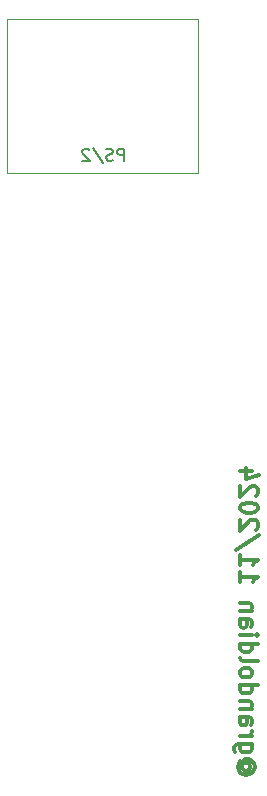
<source format=gbr>
%TF.GenerationSoftware,KiCad,Pcbnew,8.0.5*%
%TF.CreationDate,2024-11-15T12:40:48+00:00*%
%TF.ProjectId,TIMPS2KeyMini,54494d50-5332-44b6-9579-4d696e692e6b,rev?*%
%TF.SameCoordinates,Original*%
%TF.FileFunction,Legend,Bot*%
%TF.FilePolarity,Positive*%
%FSLAX46Y46*%
G04 Gerber Fmt 4.6, Leading zero omitted, Abs format (unit mm)*
G04 Created by KiCad (PCBNEW 8.0.5) date 2024-11-15 12:40:48*
%MOMM*%
%LPD*%
G01*
G04 APERTURE LIST*
%ADD10C,0.300000*%
%ADD11C,0.150000*%
%ADD12C,0.120000*%
G04 APERTURE END LIST*
D10*
X138013457Y-102276917D02*
X138084885Y-102348346D01*
X138084885Y-102348346D02*
X138156314Y-102491203D01*
X138156314Y-102491203D02*
X138156314Y-102634060D01*
X138156314Y-102634060D02*
X138084885Y-102776917D01*
X138084885Y-102776917D02*
X138013457Y-102848346D01*
X138013457Y-102848346D02*
X137870600Y-102919774D01*
X137870600Y-102919774D02*
X137727742Y-102919774D01*
X137727742Y-102919774D02*
X137584885Y-102848346D01*
X137584885Y-102848346D02*
X137513457Y-102776917D01*
X137513457Y-102776917D02*
X137442028Y-102634060D01*
X137442028Y-102634060D02*
X137442028Y-102491203D01*
X137442028Y-102491203D02*
X137513457Y-102348346D01*
X137513457Y-102348346D02*
X137584885Y-102276917D01*
X138156314Y-102276917D02*
X137584885Y-102276917D01*
X137584885Y-102276917D02*
X137513457Y-102205489D01*
X137513457Y-102205489D02*
X137513457Y-102134060D01*
X137513457Y-102134060D02*
X137584885Y-101991203D01*
X137584885Y-101991203D02*
X137727742Y-101919774D01*
X137727742Y-101919774D02*
X138084885Y-101919774D01*
X138084885Y-101919774D02*
X138299171Y-102062632D01*
X138299171Y-102062632D02*
X138442028Y-102276917D01*
X138442028Y-102276917D02*
X138513457Y-102562632D01*
X138513457Y-102562632D02*
X138442028Y-102848346D01*
X138442028Y-102848346D02*
X138299171Y-103062632D01*
X138299171Y-103062632D02*
X138084885Y-103205489D01*
X138084885Y-103205489D02*
X137799171Y-103276917D01*
X137799171Y-103276917D02*
X137513457Y-103205489D01*
X137513457Y-103205489D02*
X137299171Y-103062632D01*
X137299171Y-103062632D02*
X137156314Y-102848346D01*
X137156314Y-102848346D02*
X137084885Y-102562632D01*
X137084885Y-102562632D02*
X137156314Y-102276917D01*
X137156314Y-102276917D02*
X137299171Y-102062632D01*
X138299171Y-100634061D02*
X137084885Y-100634061D01*
X137084885Y-100634061D02*
X136942028Y-100705489D01*
X136942028Y-100705489D02*
X136870600Y-100776918D01*
X136870600Y-100776918D02*
X136799171Y-100919775D01*
X136799171Y-100919775D02*
X136799171Y-101134061D01*
X136799171Y-101134061D02*
X136870600Y-101276918D01*
X137370600Y-100634061D02*
X137299171Y-100776918D01*
X137299171Y-100776918D02*
X137299171Y-101062632D01*
X137299171Y-101062632D02*
X137370600Y-101205489D01*
X137370600Y-101205489D02*
X137442028Y-101276918D01*
X137442028Y-101276918D02*
X137584885Y-101348346D01*
X137584885Y-101348346D02*
X138013457Y-101348346D01*
X138013457Y-101348346D02*
X138156314Y-101276918D01*
X138156314Y-101276918D02*
X138227742Y-101205489D01*
X138227742Y-101205489D02*
X138299171Y-101062632D01*
X138299171Y-101062632D02*
X138299171Y-100776918D01*
X138299171Y-100776918D02*
X138227742Y-100634061D01*
X137299171Y-99919775D02*
X138299171Y-99919775D01*
X138013457Y-99919775D02*
X138156314Y-99848346D01*
X138156314Y-99848346D02*
X138227742Y-99776918D01*
X138227742Y-99776918D02*
X138299171Y-99634060D01*
X138299171Y-99634060D02*
X138299171Y-99491203D01*
X137299171Y-98348347D02*
X138084885Y-98348347D01*
X138084885Y-98348347D02*
X138227742Y-98419775D01*
X138227742Y-98419775D02*
X138299171Y-98562632D01*
X138299171Y-98562632D02*
X138299171Y-98848347D01*
X138299171Y-98848347D02*
X138227742Y-98991204D01*
X137370600Y-98348347D02*
X137299171Y-98491204D01*
X137299171Y-98491204D02*
X137299171Y-98848347D01*
X137299171Y-98848347D02*
X137370600Y-98991204D01*
X137370600Y-98991204D02*
X137513457Y-99062632D01*
X137513457Y-99062632D02*
X137656314Y-99062632D01*
X137656314Y-99062632D02*
X137799171Y-98991204D01*
X137799171Y-98991204D02*
X137870600Y-98848347D01*
X137870600Y-98848347D02*
X137870600Y-98491204D01*
X137870600Y-98491204D02*
X137942028Y-98348347D01*
X138299171Y-97634061D02*
X137299171Y-97634061D01*
X138156314Y-97634061D02*
X138227742Y-97562632D01*
X138227742Y-97562632D02*
X138299171Y-97419775D01*
X138299171Y-97419775D02*
X138299171Y-97205489D01*
X138299171Y-97205489D02*
X138227742Y-97062632D01*
X138227742Y-97062632D02*
X138084885Y-96991204D01*
X138084885Y-96991204D02*
X137299171Y-96991204D01*
X137299171Y-95634061D02*
X138799171Y-95634061D01*
X137370600Y-95634061D02*
X137299171Y-95776918D01*
X137299171Y-95776918D02*
X137299171Y-96062632D01*
X137299171Y-96062632D02*
X137370600Y-96205489D01*
X137370600Y-96205489D02*
X137442028Y-96276918D01*
X137442028Y-96276918D02*
X137584885Y-96348346D01*
X137584885Y-96348346D02*
X138013457Y-96348346D01*
X138013457Y-96348346D02*
X138156314Y-96276918D01*
X138156314Y-96276918D02*
X138227742Y-96205489D01*
X138227742Y-96205489D02*
X138299171Y-96062632D01*
X138299171Y-96062632D02*
X138299171Y-95776918D01*
X138299171Y-95776918D02*
X138227742Y-95634061D01*
X137299171Y-94705489D02*
X137370600Y-94848346D01*
X137370600Y-94848346D02*
X137442028Y-94919775D01*
X137442028Y-94919775D02*
X137584885Y-94991203D01*
X137584885Y-94991203D02*
X138013457Y-94991203D01*
X138013457Y-94991203D02*
X138156314Y-94919775D01*
X138156314Y-94919775D02*
X138227742Y-94848346D01*
X138227742Y-94848346D02*
X138299171Y-94705489D01*
X138299171Y-94705489D02*
X138299171Y-94491203D01*
X138299171Y-94491203D02*
X138227742Y-94348346D01*
X138227742Y-94348346D02*
X138156314Y-94276918D01*
X138156314Y-94276918D02*
X138013457Y-94205489D01*
X138013457Y-94205489D02*
X137584885Y-94205489D01*
X137584885Y-94205489D02*
X137442028Y-94276918D01*
X137442028Y-94276918D02*
X137370600Y-94348346D01*
X137370600Y-94348346D02*
X137299171Y-94491203D01*
X137299171Y-94491203D02*
X137299171Y-94705489D01*
X137299171Y-93348346D02*
X137370600Y-93491203D01*
X137370600Y-93491203D02*
X137513457Y-93562632D01*
X137513457Y-93562632D02*
X138799171Y-93562632D01*
X137299171Y-92134061D02*
X138799171Y-92134061D01*
X137370600Y-92134061D02*
X137299171Y-92276918D01*
X137299171Y-92276918D02*
X137299171Y-92562632D01*
X137299171Y-92562632D02*
X137370600Y-92705489D01*
X137370600Y-92705489D02*
X137442028Y-92776918D01*
X137442028Y-92776918D02*
X137584885Y-92848346D01*
X137584885Y-92848346D02*
X138013457Y-92848346D01*
X138013457Y-92848346D02*
X138156314Y-92776918D01*
X138156314Y-92776918D02*
X138227742Y-92705489D01*
X138227742Y-92705489D02*
X138299171Y-92562632D01*
X138299171Y-92562632D02*
X138299171Y-92276918D01*
X138299171Y-92276918D02*
X138227742Y-92134061D01*
X137299171Y-91419775D02*
X138299171Y-91419775D01*
X138799171Y-91419775D02*
X138727742Y-91491203D01*
X138727742Y-91491203D02*
X138656314Y-91419775D01*
X138656314Y-91419775D02*
X138727742Y-91348346D01*
X138727742Y-91348346D02*
X138799171Y-91419775D01*
X138799171Y-91419775D02*
X138656314Y-91419775D01*
X137299171Y-90062632D02*
X138084885Y-90062632D01*
X138084885Y-90062632D02*
X138227742Y-90134060D01*
X138227742Y-90134060D02*
X138299171Y-90276917D01*
X138299171Y-90276917D02*
X138299171Y-90562632D01*
X138299171Y-90562632D02*
X138227742Y-90705489D01*
X137370600Y-90062632D02*
X137299171Y-90205489D01*
X137299171Y-90205489D02*
X137299171Y-90562632D01*
X137299171Y-90562632D02*
X137370600Y-90705489D01*
X137370600Y-90705489D02*
X137513457Y-90776917D01*
X137513457Y-90776917D02*
X137656314Y-90776917D01*
X137656314Y-90776917D02*
X137799171Y-90705489D01*
X137799171Y-90705489D02*
X137870600Y-90562632D01*
X137870600Y-90562632D02*
X137870600Y-90205489D01*
X137870600Y-90205489D02*
X137942028Y-90062632D01*
X138299171Y-89348346D02*
X137299171Y-89348346D01*
X138156314Y-89348346D02*
X138227742Y-89276917D01*
X138227742Y-89276917D02*
X138299171Y-89134060D01*
X138299171Y-89134060D02*
X138299171Y-88919774D01*
X138299171Y-88919774D02*
X138227742Y-88776917D01*
X138227742Y-88776917D02*
X138084885Y-88705489D01*
X138084885Y-88705489D02*
X137299171Y-88705489D01*
X137299171Y-86062631D02*
X137299171Y-86919774D01*
X137299171Y-86491203D02*
X138799171Y-86491203D01*
X138799171Y-86491203D02*
X138584885Y-86634060D01*
X138584885Y-86634060D02*
X138442028Y-86776917D01*
X138442028Y-86776917D02*
X138370600Y-86919774D01*
X137299171Y-84634060D02*
X137299171Y-85491203D01*
X137299171Y-85062632D02*
X138799171Y-85062632D01*
X138799171Y-85062632D02*
X138584885Y-85205489D01*
X138584885Y-85205489D02*
X138442028Y-85348346D01*
X138442028Y-85348346D02*
X138370600Y-85491203D01*
X138870600Y-82919775D02*
X136942028Y-84205489D01*
X138656314Y-82491203D02*
X138727742Y-82419775D01*
X138727742Y-82419775D02*
X138799171Y-82276918D01*
X138799171Y-82276918D02*
X138799171Y-81919775D01*
X138799171Y-81919775D02*
X138727742Y-81776918D01*
X138727742Y-81776918D02*
X138656314Y-81705489D01*
X138656314Y-81705489D02*
X138513457Y-81634060D01*
X138513457Y-81634060D02*
X138370600Y-81634060D01*
X138370600Y-81634060D02*
X138156314Y-81705489D01*
X138156314Y-81705489D02*
X137299171Y-82562632D01*
X137299171Y-82562632D02*
X137299171Y-81634060D01*
X138799171Y-80705489D02*
X138799171Y-80562632D01*
X138799171Y-80562632D02*
X138727742Y-80419775D01*
X138727742Y-80419775D02*
X138656314Y-80348347D01*
X138656314Y-80348347D02*
X138513457Y-80276918D01*
X138513457Y-80276918D02*
X138227742Y-80205489D01*
X138227742Y-80205489D02*
X137870600Y-80205489D01*
X137870600Y-80205489D02*
X137584885Y-80276918D01*
X137584885Y-80276918D02*
X137442028Y-80348347D01*
X137442028Y-80348347D02*
X137370600Y-80419775D01*
X137370600Y-80419775D02*
X137299171Y-80562632D01*
X137299171Y-80562632D02*
X137299171Y-80705489D01*
X137299171Y-80705489D02*
X137370600Y-80848347D01*
X137370600Y-80848347D02*
X137442028Y-80919775D01*
X137442028Y-80919775D02*
X137584885Y-80991204D01*
X137584885Y-80991204D02*
X137870600Y-81062632D01*
X137870600Y-81062632D02*
X138227742Y-81062632D01*
X138227742Y-81062632D02*
X138513457Y-80991204D01*
X138513457Y-80991204D02*
X138656314Y-80919775D01*
X138656314Y-80919775D02*
X138727742Y-80848347D01*
X138727742Y-80848347D02*
X138799171Y-80705489D01*
X138656314Y-79634061D02*
X138727742Y-79562633D01*
X138727742Y-79562633D02*
X138799171Y-79419776D01*
X138799171Y-79419776D02*
X138799171Y-79062633D01*
X138799171Y-79062633D02*
X138727742Y-78919776D01*
X138727742Y-78919776D02*
X138656314Y-78848347D01*
X138656314Y-78848347D02*
X138513457Y-78776918D01*
X138513457Y-78776918D02*
X138370600Y-78776918D01*
X138370600Y-78776918D02*
X138156314Y-78848347D01*
X138156314Y-78848347D02*
X137299171Y-79705490D01*
X137299171Y-79705490D02*
X137299171Y-78776918D01*
X138299171Y-77491205D02*
X137299171Y-77491205D01*
X138870600Y-77848347D02*
X137799171Y-78205490D01*
X137799171Y-78205490D02*
X137799171Y-77276919D01*
D11*
X127463094Y-51229819D02*
X127463094Y-50229819D01*
X127463094Y-50229819D02*
X127082142Y-50229819D01*
X127082142Y-50229819D02*
X126986904Y-50277438D01*
X126986904Y-50277438D02*
X126939285Y-50325057D01*
X126939285Y-50325057D02*
X126891666Y-50420295D01*
X126891666Y-50420295D02*
X126891666Y-50563152D01*
X126891666Y-50563152D02*
X126939285Y-50658390D01*
X126939285Y-50658390D02*
X126986904Y-50706009D01*
X126986904Y-50706009D02*
X127082142Y-50753628D01*
X127082142Y-50753628D02*
X127463094Y-50753628D01*
X126510713Y-51182200D02*
X126367856Y-51229819D01*
X126367856Y-51229819D02*
X126129761Y-51229819D01*
X126129761Y-51229819D02*
X126034523Y-51182200D01*
X126034523Y-51182200D02*
X125986904Y-51134580D01*
X125986904Y-51134580D02*
X125939285Y-51039342D01*
X125939285Y-51039342D02*
X125939285Y-50944104D01*
X125939285Y-50944104D02*
X125986904Y-50848866D01*
X125986904Y-50848866D02*
X126034523Y-50801247D01*
X126034523Y-50801247D02*
X126129761Y-50753628D01*
X126129761Y-50753628D02*
X126320237Y-50706009D01*
X126320237Y-50706009D02*
X126415475Y-50658390D01*
X126415475Y-50658390D02*
X126463094Y-50610771D01*
X126463094Y-50610771D02*
X126510713Y-50515533D01*
X126510713Y-50515533D02*
X126510713Y-50420295D01*
X126510713Y-50420295D02*
X126463094Y-50325057D01*
X126463094Y-50325057D02*
X126415475Y-50277438D01*
X126415475Y-50277438D02*
X126320237Y-50229819D01*
X126320237Y-50229819D02*
X126082142Y-50229819D01*
X126082142Y-50229819D02*
X125939285Y-50277438D01*
X124796428Y-50182200D02*
X125653570Y-51467914D01*
X124510713Y-50325057D02*
X124463094Y-50277438D01*
X124463094Y-50277438D02*
X124367856Y-50229819D01*
X124367856Y-50229819D02*
X124129761Y-50229819D01*
X124129761Y-50229819D02*
X124034523Y-50277438D01*
X124034523Y-50277438D02*
X123986904Y-50325057D01*
X123986904Y-50325057D02*
X123939285Y-50420295D01*
X123939285Y-50420295D02*
X123939285Y-50515533D01*
X123939285Y-50515533D02*
X123986904Y-50658390D01*
X123986904Y-50658390D02*
X124558332Y-51229819D01*
X124558332Y-51229819D02*
X123939285Y-51229819D01*
D12*
%TO.C,J2*%
X133760000Y-52250000D02*
X117560000Y-52250000D01*
X133760000Y-39250000D02*
X133760000Y-52250000D01*
X133760000Y-39250000D02*
X117560000Y-39250000D01*
X117560000Y-39250000D02*
X117560000Y-52250000D01*
%TD*%
M02*

</source>
